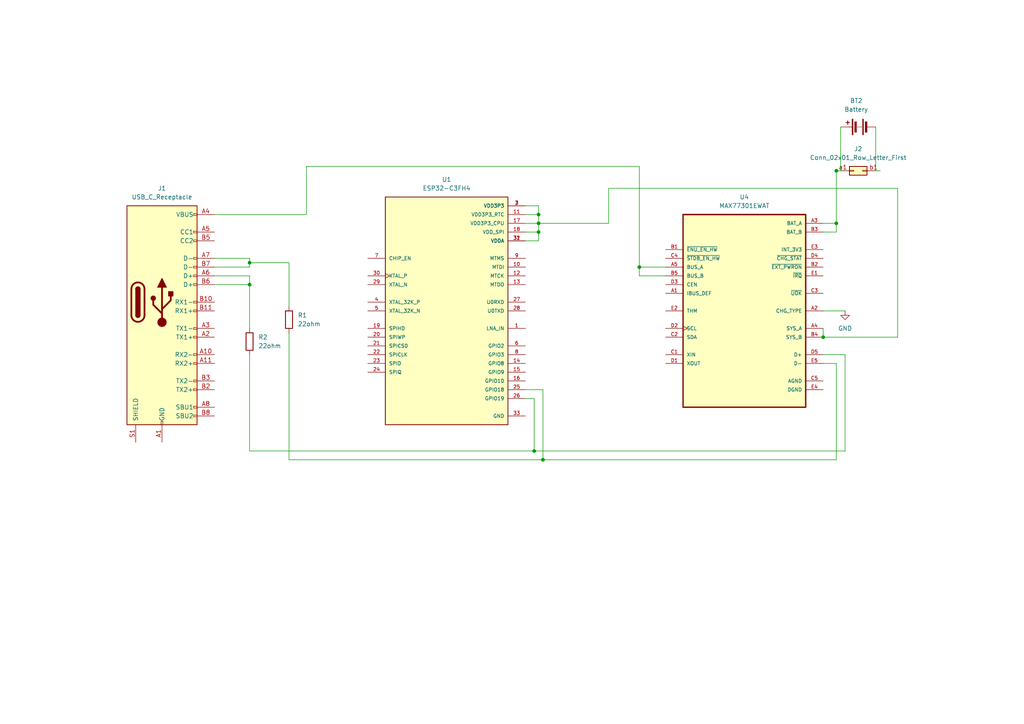
<source format=kicad_sch>
(kicad_sch (version 20230121) (generator eeschema)
  (paper "A4")
  (lib_symbols
    (symbol "Connector:USB_C_Receptacle" (pin_names (offset 1.016))
      (property "Reference" "J" (at -10.16 29.21 0))
      (property "Value" "USB_C_Receptacle" (at 10.16 29.21 0))
      (symbol "USB_C_Receptacle_0_0"
        (rectangle (start -0.254 -35.56) (end 0.254 -34.544))
        (rectangle (start 10.16 -32.766) (end 9.144 -33.274))
        (rectangle (start 10.16 -30.226) (end 9.144 -30.734))
        (rectangle (start 10.16 -25.146) (end 9.144 -25.654))
        (rectangle (start 10.16 -22.606) (end 9.144 -23.114))
        (rectangle (start 10.16 -17.526) (end 9.144 -18.034))
        (rectangle (start 10.16 -14.986) (end 9.144 -15.494))
        (rectangle (start 10.16 -9.906) (end 9.144 -10.414))
        (rectangle (start 10.16 -7.366) (end 9.144 -7.874))
        (rectangle (start 10.16 -2.286) (end 9.144 -2.794))
        (rectangle (start 10.16 0.254) (end 9.144 -0.254))
        (rectangle (start 10.16 5.334) (end 9.144 4.826))
        (rectangle (start 10.16 7.874) (end 9.144 7.366))
        (rectangle (start 10.16 10.414) (end 9.144 9.906))
        (rectangle (start 10.16 12.954) (end 9.144 12.446))
        (rectangle (start 10.16 18.034) (end 9.144 17.526))
        (rectangle (start 10.16 20.574) (end 9.144 20.066))
        (rectangle (start 10.16 25.654) (end 9.144 25.146))
      )
      (symbol "USB_C_Receptacle_0_1"
        (rectangle (start -10.16 27.94) (end 10.16 -35.56) (stroke (width 0.254)) (fill (type background)))
        (arc (start -8.89 -3.81) (mid -6.985 -5.7067) (end -5.08 -3.81) (stroke (width 0.508)))
        (arc (start -7.62 -3.81) (mid -6.985 -4.4423) (end -6.35 -3.81) (stroke (width 0.254)))
        (arc (start -7.62 -3.81) (mid -6.985 -4.4423) (end -6.35 -3.81) (stroke (width 0.254)) (fill (type outline)))
        (rectangle (start -7.62 -3.81) (end -6.35 3.81) (stroke (width 0.254)) (fill (type outline)))
        (arc (start -6.35 3.81) (mid -6.985 4.4423) (end -7.62 3.81) (stroke (width 0.254)))
        (arc (start -6.35 3.81) (mid -6.985 4.4423) (end -7.62 3.81) (stroke (width 0.254)) (fill (type outline)))
        (arc (start -5.08 3.81) (mid -6.985 5.7067) (end -8.89 3.81) (stroke (width 0.508)))
        (polyline (pts (xy -8.89 -3.81) (xy -8.89 3.81)) (stroke (width 0.508)))
        (polyline (pts (xy -5.08 3.81) (xy -5.08 -3.81)) (stroke (width 0.508)))
      )
      (symbol "USB_C_Receptacle_1_1"
        (circle (center -2.54 1.143) (radius 0.635) (stroke (width 0.254)) (fill (type outline)))
        (circle (center 0 -5.842) (radius 1.27) (fill (type outline)))
        (polyline (pts (xy 0 -5.842) (xy 0 4.318)) (stroke (width 0.508)))
        (polyline (pts (xy 0 -3.302) (xy -2.54 -0.762) (xy -2.54 0.508)) (stroke (width 0.508)))
        (polyline (pts (xy 0 -2.032) (xy 2.54 0.508) (xy 2.54 1.778)) (stroke (width 0.508)))
        (polyline (pts (xy -1.27 4.318) (xy 0 6.858) (xy 1.27 4.318) (xy -1.27 4.318)) (stroke (width 0.254)) (fill (type outline)))
        (rectangle (start 1.905 1.778) (end 3.175 3.048) (stroke (width 0.254)) (fill (type outline)))
        (pin passive line (at 0 -40.64 90) (length 5.08) (name "GND") (number "A1"))
        (pin bidirectional line (at 15.24 -15.24 180) (length 5.08) (name "RX2-") (number "A10"))
        (pin bidirectional line (at 15.24 -17.78 180) (length 5.08) (name "RX2+") (number "A11"))
        (pin passive line (at 0 -40.64 90) (length 5.08) hide (name "GND") (number "A12"))
        (pin bidirectional line (at 15.24 -10.16 180) (length 5.08) (name "TX1+") (number "A2"))
        (pin bidirectional line (at 15.24 -7.62 180) (length 5.08) (name "TX1-") (number "A3"))
        (pin passive line (at 15.24 25.4 180) (length 5.08) (name "VBUS") (number "A4"))
        (pin bidirectional line (at 15.24 20.32 180) (length 5.08) (name "CC1") (number "A5"))
        (pin bidirectional line (at 15.24 7.62 180) (length 5.08) (name "D+") (number "A6"))
        (pin bidirectional line (at 15.24 12.7 180) (length 5.08) (name "D-") (number "A7"))
        (pin bidirectional line (at 15.24 -30.48 180) (length 5.08) (name "SBU1") (number "A8"))
        (pin passive line (at 15.24 25.4 180) (length 5.08) hide (name "VBUS") (number "A9"))
        (pin passive line (at 0 -40.64 90) (length 5.08) hide (name "GND") (number "B1"))
        (pin bidirectional line (at 15.24 0 180) (length 5.08) (name "RX1-") (number "B10"))
        (pin bidirectional line (at 15.24 -2.54 180) (length 5.08) (name "RX1+") (number "B11"))
        (pin passive line (at 0 -40.64 90) (length 5.08) hide (name "GND") (number "B12"))
        (pin bidirectional line (at 15.24 -25.4 180) (length 5.08) (name "TX2+") (number "B2"))
        (pin bidirectional line (at 15.24 -22.86 180) (length 5.08) (name "TX2-") (number "B3"))
        (pin passive line (at 15.24 25.4 180) (length 5.08) hide (name "VBUS") (number "B4"))
        (pin bidirectional line (at 15.24 17.78 180) (length 5.08) (name "CC2") (number "B5"))
        (pin bidirectional line (at 15.24 5.08 180) (length 5.08) (name "D+") (number "B6"))
        (pin bidirectional line (at 15.24 10.16 180) (length 5.08) (name "D-") (number "B7"))
        (pin bidirectional line (at 15.24 -33.02 180) (length 5.08) (name "SBU2") (number "B8"))
        (pin passive line (at 15.24 25.4 180) (length 5.08) hide (name "VBUS") (number "B9"))
        (pin passive line (at -7.62 -40.64 90) (length 5.08) (name "SHIELD") (number "S1"))
      )
    )
    (symbol "Connector_Generic:Conn_02x01_Row_Letter_First" (pin_names (offset 1.016) hide)
      (property "Reference" "J" (at 1.27 2.54 0))
      (property "Value" "Conn_02x01_Row_Letter_First" (at 1.27 -2.54 0))
      (symbol "Conn_02x01_Row_Letter_First_1_1"
        (rectangle (start -1.27 0.127) (end 0 -0.127) (stroke (width 0.1524)))
        (rectangle (start -1.27 1.27) (end 3.81 -1.27) (stroke (width 0.254)) (fill (type background)))
        (rectangle (start 3.81 0.127) (end 2.54 -0.127) (stroke (width 0.1524)))
        (pin passive line (at -5.08 0 0) (length 3.81) (name "Pin_a1") (number "a1"))
        (pin passive line (at 7.62 0 180) (length 3.81) (name "Pin_b1") (number "b1"))
      )
    )
    (symbol "Device:Battery" (pin_numbers hide) (pin_names (offset 0) hide)
      (property "Reference" "BT" (at 2.54 2.54 0))
      (property "Value" "Battery" (at 2.54 0 0))
      (symbol "Battery_0_1"
        (rectangle (start -2.286 -1.27) (end 2.286 -1.524) (fill (type outline)))
        (rectangle (start -2.286 1.778) (end 2.286 1.524) (fill (type outline)))
        (rectangle (start -1.524 -2.032) (end 1.524 -2.54) (fill (type outline)))
        (rectangle (start -1.524 1.016) (end 1.524 0.508) (fill (type outline)))
        (polyline (pts (xy 0 -1.016) (xy 0 -0.762)))
        (polyline (pts (xy 0 -0.508) (xy 0 -0.254)))
        (polyline (pts (xy 0 0) (xy 0 0.254)))
        (polyline (pts (xy 0 1.778) (xy 0 2.54)))
        (polyline (pts (xy 0.762 3.048) (xy 1.778 3.048)) (stroke (width 0.254)))
        (polyline (pts (xy 1.27 3.556) (xy 1.27 2.54)) (stroke (width 0.254)))
      )
      (symbol "Battery_1_1"
        (pin passive line (at 0 5.08 270) (length 2.54) (name "+") (number "1"))
        (pin passive line (at 0 -5.08 90) (length 2.54) (name "-") (number "2"))
      )
    )
    (symbol "Device:R" (pin_numbers hide) (pin_names (offset 0))
      (property "Reference" "R" (at 2.032 0 90))
      (property "Value" "R" (at 0 0 90))
      (symbol "R_0_1"
        (rectangle (start -1.016 -2.54) (end 1.016 2.54) (stroke (width 0.254)))
      )
      (symbol "R_1_1"
        (pin passive line (at 0 3.81 270) (length 1.27) (name "~") (number "1"))
        (pin passive line (at 0 -3.81 90) (length 1.27) (name "~") (number "2"))
      )
    )
    (symbol "MAX77301EWAT:MAX77301EWAT" (pin_names (offset 1.016))
      (property "Reference" "U" (at -12.7 28.94 0))
      (property "Value" "MAX77301EWAT" (at -12.7 -31.94 0))
      (symbol "MAX77301EWAT_0_0"
        (rectangle (start -17.78 -27.94) (end 17.78 27.94) (stroke (width 0.41)) (fill (type background)))
        (pin input line (at -22.86 5.08 0) (length 5.08) (name "IBUS_DEF") (number "A1"))
        (pin output line (at 22.86 0 180) (length 5.08) (name "CHG_TYPE") (number "A2"))
        (pin power_in line (at 22.86 25.4 180) (length 5.08) (name "BAT_A") (number "A3"))
        (pin output line (at 22.86 -5.08 180) (length 5.08) (name "SYS_A") (number "A4"))
        (pin input line (at -22.86 12.7 0) (length 5.08) (name "BUS_A") (number "A5"))
        (pin input line (at -22.86 17.78 0) (length 5.08) (name "~{ENU_EN_HW}") (number "B1"))
        (pin output line (at 22.86 12.7 180) (length 5.08) (name "~{EXT_PWRON}") (number "B2"))
        (pin power_in line (at 22.86 22.86 180) (length 5.08) (name "BAT_B") (number "B3"))
        (pin output line (at 22.86 -7.62 180) (length 5.08) (name "SYS_B") (number "B4"))
        (pin input line (at -22.86 10.16 0) (length 5.08) (name "BUS_B") (number "B5"))
        (pin input line (at -22.86 -12.7 0) (length 5.08) (name "XIN") (number "C1"))
        (pin bidirectional line (at -22.86 -7.62 0) (length 5.08) (name "SDA") (number "C2"))
        (pin output line (at 22.86 5.08 180) (length 5.08) (name "~{UOK}") (number "C3"))
        (pin input line (at -22.86 15.24 0) (length 5.08) (name "~{STDB_EN_HW}") (number "C4"))
        (pin power_in line (at 22.86 -20.32 180) (length 5.08) (name "AGND") (number "C5"))
        (pin output line (at -22.86 -15.24 0) (length 5.08) (name "XOUT") (number "D1"))
        (pin input clock (at -22.86 -5.08 0) (length 5.08) (name "SCL") (number "D2"))
        (pin input line (at -22.86 7.62 0) (length 5.08) (name "CEN") (number "D3"))
        (pin output line (at 22.86 15.24 180) (length 5.08) (name "~{CHG_STAT}") (number "D4"))
        (pin bidirectional line (at 22.86 -12.7 180) (length 5.08) (name "D+") (number "D5"))
        (pin output line (at 22.86 10.16 180) (length 5.08) (name "~{IRQ}") (number "E1"))
        (pin input line (at -22.86 0 0) (length 5.08) (name "THM") (number "E2"))
        (pin output line (at 22.86 17.78 180) (length 5.08) (name "INT_3V3") (number "E3"))
        (pin power_in line (at 22.86 -22.86 180) (length 5.08) (name "DGND") (number "E4"))
        (pin bidirectional line (at 22.86 -15.24 180) (length 5.08) (name "D-") (number "E5"))
      )
    )
    (symbol "keyboard_parts:ESP32-C3FH4" (pin_names (offset 1.016))
      (property "Reference" "U" (at -17.78 33.782 0))
      (property "Value" "ESP32-C3FH4" (at -17.78 -33.782 0))
      (symbol "ESP32-C3FH4_0_0"
        (rectangle (start -17.78 -33.02) (end 17.78 33.02) (stroke (width 0.254)) (fill (type background)))
        (pin bidirectional line (at 22.86 -5.08 180) (length 5.08) (name "LNA_IN") (number "1"))
        (pin bidirectional line (at 22.86 12.7 180) (length 5.08) (name "MTDI") (number "10"))
        (pin power_in line (at 22.86 27.94 180) (length 5.08) (name "VDD3P3_RTC") (number "11"))
        (pin bidirectional line (at 22.86 10.16 180) (length 5.08) (name "MTCK") (number "12"))
        (pin bidirectional line (at 22.86 7.62 180) (length 5.08) (name "MTDO") (number "13"))
        (pin bidirectional line (at 22.86 -15.24 180) (length 5.08) (name "GPIO8") (number "14"))
        (pin bidirectional line (at 22.86 -17.78 180) (length 5.08) (name "GPIO9") (number "15"))
        (pin bidirectional line (at 22.86 -20.32 180) (length 5.08) (name "GPIO10") (number "16"))
        (pin power_in line (at 22.86 25.4 180) (length 5.08) (name "VDD3P3_CPU") (number "17"))
        (pin power_in line (at 22.86 22.86 180) (length 5.08) (name "VDD_SPI") (number "18"))
        (pin bidirectional line (at -22.86 -5.08 0) (length 5.08) (name "SPIHD") (number "19"))
        (pin power_in line (at 22.86 30.48 180) (length 5.08) (name "VDD3P3") (number "2"))
        (pin bidirectional line (at -22.86 -7.62 0) (length 5.08) (name "SPIWP") (number "20"))
        (pin bidirectional line (at -22.86 -10.16 0) (length 5.08) (name "SPICS0") (number "21"))
        (pin bidirectional line (at -22.86 -12.7 0) (length 5.08) (name "SPICLK") (number "22"))
        (pin bidirectional line (at -22.86 -15.24 0) (length 5.08) (name "SPID") (number "23"))
        (pin bidirectional line (at -22.86 -17.78 0) (length 5.08) (name "SPIQ") (number "24"))
        (pin bidirectional line (at 22.86 -22.86 180) (length 5.08) (name "GPIO18") (number "25"))
        (pin bidirectional line (at 22.86 -25.4 180) (length 5.08) (name "GPIO19") (number "26"))
        (pin bidirectional line (at 22.86 2.54 180) (length 5.08) (name "U0RXD") (number "27"))
        (pin bidirectional line (at 22.86 0 180) (length 5.08) (name "U0TXD") (number "28"))
        (pin output line (at -22.86 7.62 0) (length 5.08) (name "XTAL_N") (number "29"))
        (pin power_in line (at 22.86 30.48 180) (length 5.08) (name "VDD3P3") (number "3"))
        (pin input clock (at -22.86 10.16 0) (length 5.08) (name "XTAL_P") (number "30"))
        (pin power_in line (at 22.86 20.32 180) (length 5.08) (name "VDDA") (number "31"))
        (pin power_in line (at 22.86 20.32 180) (length 5.08) (name "VDDA") (number "32"))
        (pin power_in line (at 22.86 -30.48 180) (length 5.08) (name "GND") (number "33"))
        (pin bidirectional line (at -22.86 2.54 0) (length 5.08) (name "XTAL_32K_P") (number "4"))
        (pin bidirectional line (at -22.86 0 0) (length 5.08) (name "XTAL_32K_N") (number "5"))
        (pin bidirectional line (at 22.86 -10.16 180) (length 5.08) (name "GPIO2") (number "6"))
        (pin input line (at -22.86 15.24 0) (length 5.08) (name "CHIP_EN") (number "7"))
        (pin bidirectional line (at 22.86 -12.7 180) (length 5.08) (name "GPIO3") (number "8"))
        (pin bidirectional line (at 22.86 15.24 180) (length 5.08) (name "MTMS") (number "9"))
      )
    )
    (symbol "power:GND" (power) (pin_names (offset 0))
      (property "Value" "GND" (at 0 -3.81 0))
      (symbol "GND_0_1"
        (polyline (pts (xy 0 0) (xy 0 -1.27) (xy 1.27 -1.27) (xy 0 -2.54) (xy -1.27 -1.27) (xy 0 -1.27)))
      )
      (symbol "GND_1_1"
        (pin power_in line (at 0 0 270) (length 0) hide (name "GND") (number "1"))
      )
    )
  )
  (junction (at 72.39 82.55))
  (junction (at 72.39 76.2))
  (junction (at 156.21 64.77))
  (junction (at 154.94 130.81))
  (junction (at 238.76 97.79))
  (junction (at 242.57 49.53))
  (junction (at 156.21 62.23))
  (junction (at 157.48 133.35))
  (junction (at 242.57 64.77))
  (junction (at 156.21 67.31))
  (junction (at 185.42 77.47))
  (wire (pts (xy 157.48 113.03) (xy 152.4 113.03)))
  (wire (pts (xy 157.48 133.35) (xy 157.48 113.03)))
  (wire (pts (xy 72.39 76.2) (xy 83.82 76.2)))
  (wire (pts (xy 260.35 54.61) (xy 176.53 54.61)))
  (wire (pts (xy 238.76 90.17) (xy 245.11 90.17)))
  (wire (pts (xy 156.21 59.69) (xy 152.4 59.69)))
  (wire (pts (xy 72.39 102.87) (xy 72.39 130.81)))
  (wire (pts (xy 245.11 130.81) (xy 245.11 102.87)))
  (wire (pts (xy 157.48 133.35) (xy 242.57 133.35)))
  (wire (pts (xy 152.4 69.85) (xy 156.21 69.85)))
  (wire (pts (xy 238.76 95.25) (xy 238.76 97.79)))
  (wire (pts (xy 88.9 62.23) (xy 88.9 48.26)))
  (wire (pts (xy 72.39 80.01) (xy 72.39 82.55)))
  (wire (pts (xy 62.23 62.23) (xy 88.9 62.23)))
  (wire (pts (xy 156.21 62.23) (xy 156.21 59.69)))
  (wire (pts (xy 72.39 82.55) (xy 72.39 95.25)))
  (wire (pts (xy 242.57 49.53) (xy 242.57 64.77)))
  (wire (pts (xy 154.94 130.81) (xy 154.94 115.57)))
  (wire (pts (xy 72.39 80.01) (xy 62.23 80.01)))
  (wire (pts (xy 185.42 48.26) (xy 185.42 77.47)))
  (wire (pts (xy 242.57 67.31) (xy 238.76 67.31)))
  (wire (pts (xy 185.42 77.47) (xy 193.04 77.47)))
  (wire (pts (xy 176.53 64.77) (xy 156.21 64.77)))
  (wire (pts (xy 242.57 64.77) (xy 242.57 67.31)))
  (wire (pts (xy 242.57 64.77) (xy 238.76 64.77)))
  (wire (pts (xy 62.23 82.55) (xy 72.39 82.55)))
  (wire (pts (xy 154.94 115.57) (xy 152.4 115.57)))
  (wire (pts (xy 154.94 130.81) (xy 245.11 130.81)))
  (wire (pts (xy 254 49.53) (xy 255.27 49.53)))
  (wire (pts (xy 185.42 80.01) (xy 193.04 80.01)))
  (wire (pts (xy 156.21 64.77) (xy 156.21 62.23)))
  (wire (pts (xy 238.76 97.79) (xy 260.35 97.79)))
  (wire (pts (xy 254 36.83) (xy 254 49.53)))
  (wire (pts (xy 62.23 77.47) (xy 72.39 77.47)))
  (wire (pts (xy 152.4 62.23) (xy 156.21 62.23)))
  (wire (pts (xy 156.21 67.31) (xy 156.21 64.77)))
  (wire (pts (xy 72.39 130.81) (xy 154.94 130.81)))
  (wire (pts (xy 83.82 76.2) (xy 83.82 88.9)))
  (wire (pts (xy 83.82 133.35) (xy 157.48 133.35)))
  (wire (pts (xy 72.39 76.2) (xy 72.39 74.93)))
  (wire (pts (xy 88.9 48.26) (xy 185.42 48.26)))
  (wire (pts (xy 242.57 105.41) (xy 238.76 105.41)))
  (wire (pts (xy 185.42 77.47) (xy 185.42 80.01)))
  (wire (pts (xy 156.21 69.85) (xy 156.21 67.31)))
  (wire (pts (xy 176.53 54.61) (xy 176.53 64.77)))
  (wire (pts (xy 152.4 67.31) (xy 156.21 67.31)))
  (wire (pts (xy 260.35 97.79) (xy 260.35 54.61)))
  (wire (pts (xy 243.84 49.53) (xy 242.57 49.53)))
  (wire (pts (xy 242.57 133.35) (xy 242.57 105.41)))
  (wire (pts (xy 152.4 64.77) (xy 156.21 64.77)))
  (wire (pts (xy 243.84 36.83) (xy 243.84 49.53)))
  (wire (pts (xy 72.39 77.47) (xy 72.39 76.2)))
  (wire (pts (xy 72.39 74.93) (xy 62.23 74.93)))
  (wire (pts (xy 245.11 102.87) (xy 238.76 102.87)))
  (wire (pts (xy 83.82 96.52) (xy 83.82 133.35)))
  (symbol (lib_id "MAX77301EWAT:MAX77301EWAT") (at 215.9 90.17 0) (unit 1)
    (property "Reference" "U4" (at 215.9 57.15 0))
    (property "Value" "MAX77301EWAT" (at 215.9 59.69 0))
    (property "Footprint" "MAX77301EWAT:BGA25N40P5X5_242X242X69N" (effects hide))
    (property "MF" "Analog Devices" (effects hide))
    (property "DESCRIPTION" "Battery Charger with Smart Power Selector Li-Ion 900mA 25-Pin WLP" (effects hide))
    (property "PACKAGE" "WLP-25 Maxim" (effects hide))
    (property "PRICE" "None" (effects hide))
    (property "Package" "None" (effects hide))
    (property "Check_prices" "https://www.snapeda.com/parts/MAX77301EWAT/Analog+Devices/view-part/?ref=eda" (effects hide))
    (property "Price" "None" (effects hide))
    (property "SnapEDA_Link" "https://www.snapeda.com/parts/MAX77301EWAT/Analog+Devices/view-part/?ref=snap" (effects hide))
    (property "MP" "MAX77301EWAT" (effects hide))
    (property "Availability" "Not in stock" (effects hide))
    (property "AVAILABILITY" "Unavailable" (effects hide))
    (property "Description" "\nBattery Management Li-Ion Chargers with Smart Power Selector, Adapter Type Detection, USB Enumeration, with Advanced Ba\n" (effects hide))
  )
  (symbol (lib_id "Device:R") (at 83.82 92.71 0) (unit 1)
    (property "Reference" "R1" (at 86.36 91.44 0) (effects (justify left)))
    (property "Value" "22ohm" (at 86.36 93.98 0) (effects (justify left)))
  )
  (symbol (lib_id "keyboard_parts:ESP32-C3FH4") (at 129.54 90.17 0) (unit 1)
    (property "Reference" "U1" (at 129.54 52.07 0))
    (property "Value" "ESP32-C3FH4" (at 129.54 54.61 0))
    (property "Footprint" "ESP32-C3FH4:QFN50P500X500X90-33N" (effects hide))
    (property "MF" "Espressif Systems" (effects hide))
    (property "MAXIMUM_PACKAGE_HEIGHT" "0.9mm" (effects hide))
    (property "Package" "VFQFN-32 Espressif Systems" (effects hide))
    (property "Price" "None" (effects hide))
    (property "Check_prices" "https://www.snapeda.com/parts/ESP32-C3FH4/Espressif+Systems/view-part/?ref=eda" (effects hide))
    (property "STANDARD" "IPC 7351B" (effects hide))
    (property "PARTREV" "V1.0" (effects hide))
    (property "SnapEDA_Link" "https://www.snapeda.com/parts/ESP32-C3FH4/Espressif+Systems/view-part/?ref=snap" (effects hide))
    (property "MP" "ESP32-C3FH4" (effects hide))
    (property "Purchase-URL" "https://www.snapeda.com/api/url_track_click_mouser/?unipart_id=5881917&manufacturer=Espressif Systems&part_name=ESP32-C3FH4&search_term=None" (effects hide))
    (property "Description" "\nBluetooth, WiFi 802.11b/g/n, Bluetooth v5.0 Transceiver Module 2.402GHz ~ 2.48GHz Antenna Not Included Surface Mount\n" (effects hide))
    (property "Availability" "In Stock" (effects hide))
    (property "MANUFACTURER" "Espressif" (effects hide))
  )
  (symbol (lib_id "Device:R") (at 72.39 99.06 0) (unit 1)
    (property "Reference" "R2" (at 74.93 97.79 0) (effects (justify left)))
    (property "Value" "22ohm" (at 74.93 100.33 0) (effects (justify left)))
  )
  (symbol (lib_id "Connector_Generic:Conn_02x01_Row_Letter_First") (at 247.65 49.53 0) (unit 1)
    (property "Reference" "J2" (at 248.92 43.18 0))
    (property "Value" "Conn_02x01_Row_Letter_First" (at 248.92 45.72 0))
  )
  (symbol (lib_id "Connector:USB_C_Receptacle") (at 46.99 87.63 0) (unit 1)
    (property "Reference" "J1" (at 46.99 54.61 0))
    (property "Value" "USB_C_Receptacle" (at 46.99 57.15 0))
    (property "Datasheet" "https://www.usb.org/sites/default/files/documents/usb_type-c.zip" (effects hide))
  )
  (symbol (lib_id "power:GND") (at 245.11 90.17 0) (unit 1)
    (property "Reference" "#PWR01" (effects hide))
    (property "Value" "GND" (at 245.11 95.25 0))
  )
  (symbol (lib_id "Device:Battery") (at 248.92 36.83 90) (unit 1)
    (property "Reference" "BT2" (at 248.3485 29.21 90))
    (property "Value" "Battery" (at 248.3485 31.75 90))
  )
)
</source>
